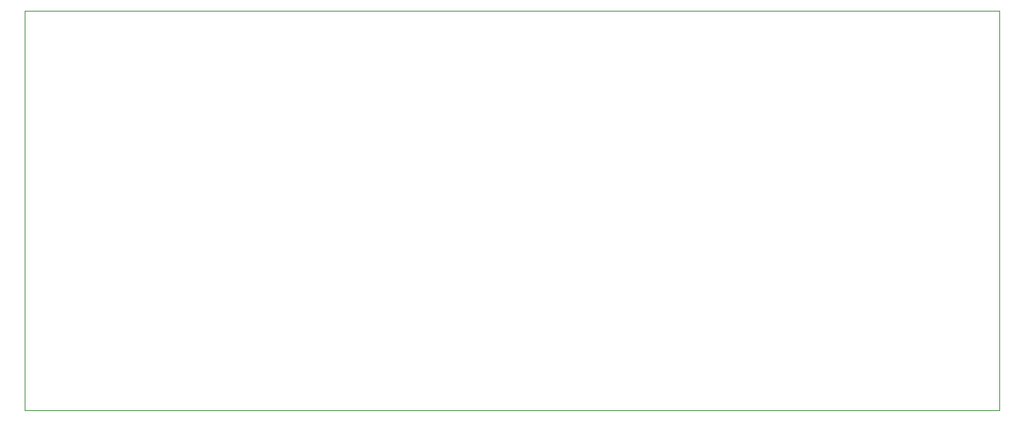
<source format=gbr>
%TF.GenerationSoftware,KiCad,Pcbnew,7.0.8*%
%TF.CreationDate,2025-04-13T22:57:16+02:00*%
%TF.ProjectId,colorswitch,636f6c6f-7273-4776-9974-63682e6b6963,rev?*%
%TF.SameCoordinates,Original*%
%TF.FileFunction,Profile,NP*%
%FSLAX46Y46*%
G04 Gerber Fmt 4.6, Leading zero omitted, Abs format (unit mm)*
G04 Created by KiCad (PCBNEW 7.0.8) date 2025-04-13 22:57:16*
%MOMM*%
%LPD*%
G01*
G04 APERTURE LIST*
%TA.AperFunction,Profile*%
%ADD10C,0.100000*%
%TD*%
G04 APERTURE END LIST*
D10*
X92621841Y-74830000D02*
X199621841Y-74830000D01*
X199621841Y-118830000D01*
X92621841Y-118830000D01*
X92621841Y-74830000D01*
M02*

</source>
